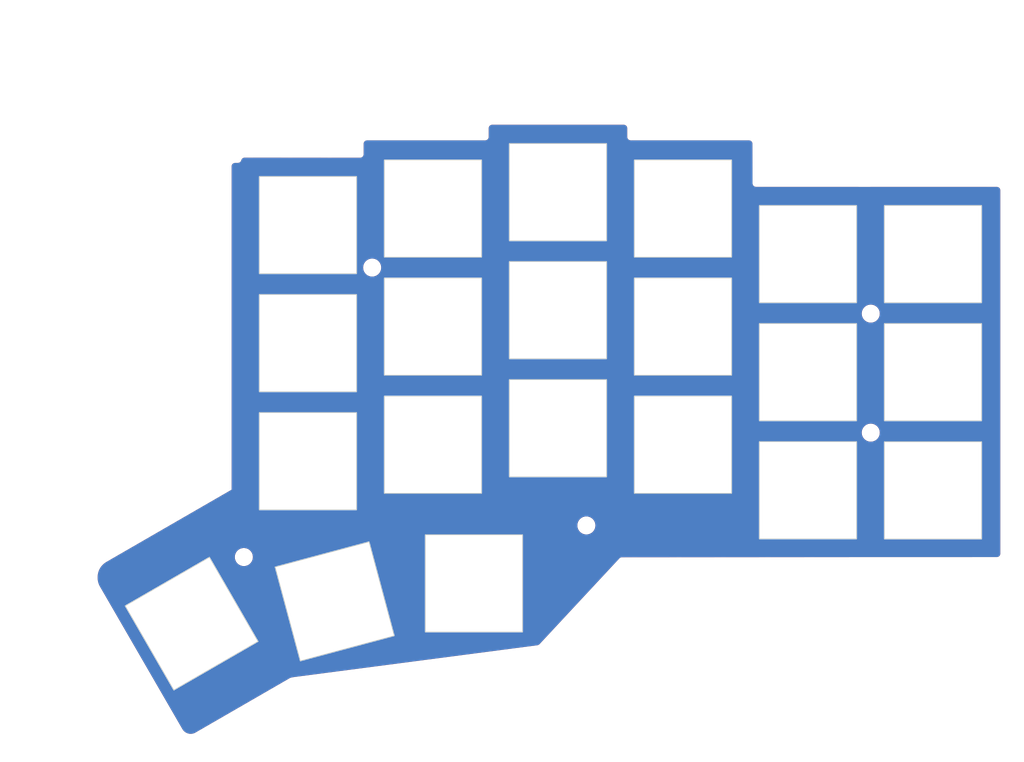
<source format=kicad_pcb>
(kicad_pcb (version 20221018) (generator pcbnew)
  (title_block (title "Corne Light") (date "2018-12-26") (rev "2.1") (company "foostan"))
  (layers (0 "F.Cu" signal) (31 "B.Cu" signal) (34 "B.Paste" user) (35 "F.Paste" user) (36 "B.SilkS" user "B.Silkscreen") (37 "F.SilkS" user "F.Silkscreen") (38 "B.Mask" user) (39 "F.Mask" user) (44 "Edge.Cuts" user))
  (net 0 "")
  (footprint "kbd:SW_Hole" (layer "F.Cu") (at 232.8125 97.555)
    (fp_text reference "SW15" hide)
    (fp_text value "SW_PUSH" hide)
    (fp_line (start -7 -7) (end -7 7) (stroke (width 0.12)) (layer "Edge.Cuts"))
    (fp_line (start -7 7) (end 7 7) (stroke (width 0.12)) (layer "Edge.Cuts"))
    (fp_line (start 7 -7) (end -7 -7) (stroke (width 0.12)) (layer "Edge.Cuts"))
    (fp_line (start 7 7) (end 7 -7) (stroke (width 0.12)) (layer "Edge.Cuts"))
  )
  (footprint "kbd:SW_Hole" (layer "F.Cu") (at 214.8125 95.18)
    (fp_text reference "SW16" hide)
    (fp_text value "SW_PUSH" hide)
    (fp_line (start -7 -7) (end -7 7) (stroke (width 0.12)) (layer "Edge.Cuts"))
    (fp_line (start -7 7) (end 7 7) (stroke (width 0.12)) (layer "Edge.Cuts"))
    (fp_line (start 7 -7) (end -7 -7) (stroke (width 0.12)) (layer "Edge.Cuts"))
    (fp_line (start 7 7) (end 7 -7) (stroke (width 0.12)) (layer "Edge.Cuts"))
  )
  (footprint "kbd:SW_Hole" (layer "F.Cu") (at 250.8125 70.11)
    (fp_text reference "SW2" hide)
    (fp_text value "SW_PUSH" hide)
    (fp_line (start -7 -7) (end -7 7) (stroke (width 0.12)) (layer "Edge.Cuts"))
    (fp_line (start -7 7) (end 7 7) (stroke (width 0.12)) (layer "Edge.Cuts"))
    (fp_line (start 7 -7) (end -7 -7) (stroke (width 0.12)) (layer "Edge.Cuts"))
    (fp_line (start 7 7) (end 7 -7) (stroke (width 0.12)) (layer "Edge.Cuts"))
  )
  (footprint "kbd:SW_Hole" (layer "F.Cu") (at 268.8125 87.11)
    (fp_text reference "SW7" hide)
    (fp_text value "SW_PUSH" hide)
    (fp_line (start -7 -7) (end -7 7) (stroke (width 0.12)) (layer "Edge.Cuts"))
    (fp_line (start -7 7) (end 7 7) (stroke (width 0.12)) (layer "Edge.Cuts"))
    (fp_line (start 7 -7) (end -7 -7) (stroke (width 0.12)) (layer "Edge.Cuts"))
    (fp_line (start 7 7) (end 7 -7) (stroke (width 0.12)) (layer "Edge.Cuts"))
  )
  (footprint "kbd:SW_Hole" (layer "F.Cu") (at 178.8125 99.93)
    (fp_text reference "SW18" hide)
    (fp_text value "SW_PUSH" hide)
    (fp_line (start -7 -7) (end -7 7) (stroke (width 0.12)) (layer "Edge.Cuts"))
    (fp_line (start -7 7) (end 7 7) (stroke (width 0.12)) (layer "Edge.Cuts"))
    (fp_line (start 7 -7) (end -7 -7) (stroke (width 0.12)) (layer "Edge.Cuts"))
    (fp_line (start 7 7) (end 7 -7) (stroke (width 0.12)) (layer "Edge.Cuts"))
  )
  (footprint "kbd:SW_Hole" (layer "F.Cu") (at 178.8125 65.93)
    (fp_text reference "SW6" hide)
    (fp_text value "SW_PUSH" hide)
    (fp_line (start -7 -7) (end -7 7) (stroke (width 0.12)) (layer "Edge.Cuts"))
    (fp_line (start -7 7) (end 7 7) (stroke (width 0.12)) (layer "Edge.Cuts"))
    (fp_line (start 7 -7) (end -7 -7) (stroke (width 0.12)) (layer "Edge.Cuts"))
    (fp_line (start 7 7) (end 7 -7) (stroke (width 0.12)) (layer "Edge.Cuts"))
  )
  (footprint "kbd:SW_Hole" (layer "F.Cu") (at 182.6625 120.11 -165)
    (fp_text reference "SW20" hide)
    (fp_text value "SW_PUSH" hide)
    (fp_line (start -7 -7) (end -7 7) (stroke (width 0.12)) (layer "Edge.Cuts"))
    (fp_line (start -7 7) (end 7 7) (stroke (width 0.12)) (layer "Edge.Cuts"))
    (fp_line (start 7 -7) (end -7 -7) (stroke (width 0.12)) (layer "Edge.Cuts"))
    (fp_line (start 7 7) (end 7 -7) (stroke (width 0.12)) (layer "Edge.Cuts"))
  )
  (footprint "holykeebs:M2_HOLE_NPH" (layer "F.Cu") (at 188.06 72.05)
    (fp_text reference "" hide)
    (fp_text value "M2_HOLE_NPH" hide)
    (pad "" np_thru_hole circle (at 0 0) (size 2.1 2.1) (drill 2.1) (layers "F&B.Cu" "*.Mask"))
  )
  (footprint "kbd:SW_Hole" (layer "F.Cu") (at 202.7125 117.52 180)
    (fp_text reference "SW19" hide)
    (fp_text value "SW_PUSH" hide)
    (fp_line (start -7 -7) (end -7 7) (stroke (width 0.12)) (layer "Edge.Cuts"))
    (fp_line (start -7 7) (end 7 7) (stroke (width 0.12)) (layer "Edge.Cuts"))
    (fp_line (start 7 -7) (end -7 -7) (stroke (width 0.12)) (layer "Edge.Cuts"))
    (fp_line (start 7 7) (end 7 -7) (stroke (width 0.12)) (layer "Edge.Cuts"))
  )
  (footprint "kbd:SW_Hole" (layer "F.Cu") (at 250.8125 87.11)
    (fp_text reference "SW8" hide)
    (fp_text value "SW_PUSH" hide)
    (fp_line (start -7 -7) (end -7 7) (stroke (width 0.12)) (layer "Edge.Cuts"))
    (fp_line (start -7 7) (end 7 7) (stroke (width 0.12)) (layer "Edge.Cuts"))
    (fp_line (start 7 -7) (end -7 -7) (stroke (width 0.12)) (layer "Edge.Cuts"))
    (fp_line (start 7 7) (end 7 -7) (stroke (width 0.12)) (layer "Edge.Cuts"))
  )
  (footprint "kbd:corne-logo-horizontal-mask" (layer "F.Cu") (at 231.25 110.92)
    (fp_text reference "G***" hide)
    (fp_text value "LOGO" hide)
  )
  (footprint "kbd:SW_Hole" (layer "F.Cu") (at 214.8125 78.18)
    (fp_text reference "SW10" hide)
    (fp_text value "SW_PUSH" hide)
    (fp_line (start -7 -7) (end -7 7) (stroke (width 0.12)) (layer "Edge.Cuts"))
    (fp_line (start -7 7) (end 7 7) (stroke (width 0.12)) (layer "Edge.Cuts"))
    (fp_line (start 7 -7) (end -7 -7) (stroke (width 0.12)) (layer "Edge.Cuts"))
    (fp_line (start 7 7) (end 7 -7) (stroke (width 0.12)) (layer "Edge.Cuts"))
  )
  (footprint "kbd:SW_Hole" (layer "F.Cu") (at 196.8125 63.55)
    (fp_text reference "SW5" hide)
    (fp_text value "SW_PUSH" hide)
    (fp_line (start -7 -7) (end -7 7) (stroke (width 0.12)) (layer "Edge.Cuts"))
    (fp_line (start -7 7) (end 7 7) (stroke (width 0.12)) (layer "Edge.Cuts"))
    (fp_line (start 7 -7) (end -7 -7) (stroke (width 0.12)) (layer "Edge.Cuts"))
    (fp_line (start 7 7) (end 7 -7) (stroke (width 0.12)) (layer "Edge.Cuts"))
  )
  (footprint "kbd:SW_Hole" (layer "F.Cu") (at 268.8125 104.13)
    (fp_text reference "SW13" hide)
    (fp_text value "SW_PUSH" hide)
    (fp_line (start -7 -7) (end -7 7) (stroke (width 0.12)) (layer "Edge.Cuts"))
    (fp_line (start -7 7) (end 7 7) (stroke (width 0.12)) (layer "Edge.Cuts"))
    (fp_line (start 7 -7) (end -7 -7) (stroke (width 0.12)) (layer "Edge.Cuts"))
    (fp_line (start 7 7) (end 7 -7) (stroke (width 0.12)) (layer "Edge.Cuts"))
  )
  (footprint "kbd:SW_Hole" (layer "F.Cu") (at 268.8125 70.11)
    (fp_text reference "SW1" hide)
    (fp_text value "SW_PUSH" hide)
    (fp_line (start -7 -7) (end -7 7) (stroke (width 0.12)) (layer "Edge.Cuts"))
    (fp_line (start -7 7) (end 7 7) (stroke (width 0.12)) (layer "Edge.Cuts"))
    (fp_line (start 7 -7) (end -7 -7) (stroke (width 0.12)) (layer "Edge.Cuts"))
    (fp_line (start 7 7) (end 7 -7) (stroke (width 0.12)) (layer "Edge.Cuts"))
  )
  (footprint "kbd:SW_Hole" (layer "F.Cu") (at 214.8125 61.19)
    (fp_text reference "SW4" hide)
    (fp_text value "SW_PUSH" hide)
    (fp_line (start -7 -7) (end -7 7) (stroke (width 0.12)) (layer "Edge.Cuts"))
    (fp_line (start -7 7) (end 7 7) (stroke (width 0.12)) (layer "Edge.Cuts"))
    (fp_line (start 7 -7) (end -7 -7) (stroke (width 0.12)) (layer "Edge.Cuts"))
    (fp_line (start 7 7) (end 7 -7) (stroke (width 0.12)) (layer "Edge.Cuts"))
  )
  (footprint "kbd:SW_Hole" (layer "F.Cu") (at 178.8125 82.93)
    (fp_text reference "SW12" hide)
    (fp_text value "SW_PUSH" hide)
    (fp_line (start -7 -7) (end -7 7) (stroke (width 0.12)) (layer "Edge.Cuts"))
    (fp_line (start -7 7) (end 7 7) (stroke (width 0.12)) (layer "Edge.Cuts"))
    (fp_line (start 7 -7) (end -7 -7) (stroke (width 0.12)) (layer "Edge.Cuts"))
    (fp_line (start 7 7) (end 7 -7) (stroke (width 0.12)) (layer "Edge.Cuts"))
  )
  (footprint "kbd:SW_Hole" (layer "F.Cu") (at 196.8125 80.55)
    (fp_text reference "SW11" hide)
    (fp_text value "SW_PUSH" hide)
    (fp_line (start -7 -7) (end -7 7) (stroke (width 0.12)) (layer "Edge.Cuts"))
    (fp_line (start -7 7) (end 7 7) (stroke (width 0.12)) (layer "Edge.Cuts"))
    (fp_line (start 7 -7) (end -7 -7) (stroke (width 0.12)) (layer "Edge.Cuts"))
    (fp_line (start 7 7) (end 7 -7) (stroke (width 0.12)) (layer "Edge.Cuts"))
  )
  (footprint "kbd:SW_Hole" (layer "F.Cu") (at 162.0625 123.32 120)
    (fp_text reference "SW21" hide)
    (fp_text value "SW_PUSH" hide)
    (fp_line (start -7 -7) (end -7 7) (stroke (width 0.12)) (layer "Edge.Cuts"))
    (fp_line (start -7 7) (end 7 7) (stroke (width 0.12)) (layer "Edge.Cuts"))
    (fp_line (start 7 -7) (end -7 -7) (stroke (width 0.12)) (layer "Edge.Cuts"))
    (fp_line (start 7 7) (end 7 -7) (stroke (width 0.12)) (layer "Edge.Cuts"))
  )
  (footprint "kbd:SW_Hole" (layer "F.Cu") (at 232.8125 80.55)
    (fp_text reference "SW9" hide)
    (fp_text value "SW_PUSH" hide)
    (fp_line (start -7 -7) (end -7 7) (stroke (width 0.12)) (layer "Edge.Cuts"))
    (fp_line (start -7 7) (end 7 7) (stroke (width 0.12)) (layer "Edge.Cuts"))
    (fp_line (start 7 -7) (end -7 -7) (stroke (width 0.12)) (layer "Edge.Cuts"))
    (fp_line (start 7 7) (end 7 -7) (stroke (width 0.12)) (layer "Edge.Cuts"))
  )
  (footprint "kbd:SW_Hole" (layer "F.Cu") (at 196.8125 97.555)
    (fp_text reference "SW17" hide)
    (fp_text value "SW_PUSH" hide)
    (fp_line (start -7 -7) (end -7 7) (stroke (width 0.12)) (layer "Edge.Cuts"))
    (fp_line (start -7 7) (end 7 7) (stroke (width 0.12)) (layer "Edge.Cuts"))
    (fp_line (start 7 -7) (end -7 -7) (stroke (width 0.12)) (layer "Edge.Cuts"))
    (fp_line (start 7 7) (end 7 -7) (stroke (width 0.12)) (layer "Edge.Cuts"))
  )
  (footprint "kbd:SW_Hole" (layer "F.Cu") (at 250.8125 104.115)
    (fp_text reference "SW14" hide)
    (fp_text value "SW_PUSH" hide)
    (fp_line (start -7 -7) (end -7 7) (stroke (width 0.12)) (layer "Edge.Cuts"))
    (fp_line (start -7 7) (end 7 7) (stroke (width 0.12)) (layer "Edge.Cuts"))
    (fp_line (start 7 -7) (end -7 -7) (stroke (width 0.12)) (layer "Edge.Cuts"))
    (fp_line (start 7 7) (end 7 -7) (stroke (width 0.12)) (layer "Edge.Cuts"))
  )
  (footprint "kbd:SW_Hole" (layer "F.Cu") (at 232.8125 63.55)
    (fp_text reference "SW3" hide)
    (fp_text value "SW_PUSH" hide)
    (fp_line (start -7 -7) (end -7 7) (stroke (width 0.12)) (layer "Edge.Cuts"))
    (fp_line (start -7 7) (end 7 7) (stroke (width 0.12)) (layer "Edge.Cuts"))
    (fp_line (start 7 -7) (end -7 -7) (stroke (width 0.12)) (layer "Edge.Cuts"))
    (fp_line (start 7 7) (end 7 -7) (stroke (width 0.12)) (layer "Edge.Cuts"))
  )
  (footprint "holykeebs:M2_HOLE_NPH" (layer "B.Cu") (at 259.8525 78.68 180)
    (fp_text reference "h2" hide)
    (fp_text value "h2" hide)
    (pad "" np_thru_hole circle (at 0 0 180) (size 2.1 2.1) (drill 2.1) (layers "F&B.Cu" "*.Mask"))
  )
  (footprint "holykeebs:M2_HOLE_NPH" (layer "B.Cu") (at 259.8525 95.82 180)
    (fp_text reference "h2" hide)
    (fp_text value "h2" hide)
    (pad "" np_thru_hole circle (at 0 0 180) (size 2.1 2.1) (drill 2.1) (layers "F&B.Cu" "*.Mask"))
  )
  (footprint "holykeebs:M2_HOLE_NPH" (layer "B.Cu") (at 218.9025 109.18 180)
    (fp_text reference "h2" hide)
    (fp_text value "h2" hide)
    (pad "" np_thru_hole circle (at 0 0 180) (size 2.1 2.1) (drill 2.1) (layers "F&B.Cu" "*.Mask"))
  )
  (footprint "holykeebs:M2_HOLE_NPH" (layer "B.Cu") (at 169.5825 113.73 180)
    (fp_text reference "h2" hide)
    (fp_text value "h2" hide)
    (pad "" np_thru_hole circle (at 0 0 180) (size 2.1 2.1) (drill 2.1) (layers "F&B.Cu" "*.Mask"))
  )
  (footprint "kbd:corne-logo-horizontal-mask" (layer "B.Cu") (at 231.25 110.92 180)
    (fp_text reference "G***" hide)
    (fp_text value "LOGO" hide)
  )
  (gr_line (start 148.859294 117.98231) (end 160.7725 138.58) (stroke (width 0.01)) (layer "Edge.Cuts"))
  (gr_line (start 204.849956 51.844599) (end 204.83298 51.97402) (stroke (width 0.01)) (layer "Edge.Cuts"))
  (gr_line (start 161.106533 138.928595) (end 161.313845 139.054071) (stroke (width 0.01)) (layer "Edge.Cuts"))
  (gr_line (start 242.572984 53.791001) (end 242.452391 53.741053) (stroke (width 0.01)) (layer "Edge.Cuts"))
  (gr_line (start 225.163572 53.706979) (end 225.042984 53.657027) (stroke (width 0.01)) (layer "Edge.Cuts"))
  (gr_line (start 224.725999 51.724016) (end 224.646539 51.620461) (stroke (width 0.01)) (layer "Edge.Cuts"))
  (gr_line (start 224.422391 51.491053) (end 224.29298 51.47402) (stroke (width 0.01)) (layer "Edge.Cuts"))
  (gr_line (start 204.815939 53.353433) (end 204.765989 53.474028) (stroke (width 0.01)) (layer "Edge.Cuts"))
  (gr_line (start 204.462391 53.707024) (end 204.33298 53.72402) (stroke (width 0.01)) (layer "Edge.Cuts"))
  (gr_line (start 278.5125 60.92) (end 278.495463 60.79059) (stroke (width 0.01)) (layer "Edge.Cuts"))
  (gr_line (start 242.978947 60.273553) (end 242.899487 60.17) (stroke (width 0.01)) (layer "Edge.Cuts"))
  (gr_line (start 148.523566 116.601155) (end 148.523398 116.727309) (stroke (width 0.01)) (layer "Edge.Cuts"))
  (gr_line (start 225.29298 53.72402) (end 225.163572 53.706979) (stroke (width 0.01)) (layer "Edge.Cuts"))
  (gr_line (start 223.789155 113.82779) (end 223.902303 113.784662) (stroke (width 0.01)) (layer "Edge.Cuts"))
  (gr_line (start 278.366053 113.593553) (end 278.445513 113.49) (stroke (width 0.01)) (layer "Edge.Cuts"))
  (gr_line (start 168.849895 56.953598) (end 168.722598 56.97002) (stroke (width 0.01)) (layer "Edge.Cuts"))
  (gr_line (start 242.82298 54.22402) (end 242.805947 54.094609) (stroke (width 0.01)) (layer "Edge.Cuts"))
  (gr_line (start 161.313845 139.054071) (end 161.539833 139.141544) (stroke (width 0.01)) (layer "Edge.Cuts"))
  (gr_line (start 205.203557 51.49104) (end 205.08295 51.540981) (stroke (width 0.01)) (layer "Edge.Cuts"))
  (gr_line (start 186.889911 53.973998) (end 186.839956 54.094599) (stroke (width 0.01)) (layer "Edge.Cuts"))
  (gr_line (start 162.25928 139.155483) (end 162.488487 139.07683) (stroke (width 0.01)) (layer "Edge.Cuts"))
  (gr_line (start 242.32298 53.72402) (end 225.29298 53.72402) (stroke (width 0.01)) (layer "Edge.Cuts"))
  (gr_line (start 204.58298 53.657059) (end 204.462391 53.707024) (stroke (width 0.01)) (layer "Edge.Cuts"))
  (gr_line (start 162.488487 139.07683) (end 162.700512 138.959491) (stroke (width 0.01)) (layer "Edge.Cuts"))
  (gr_line (start 278.2625 60.486987) (end 278.14191 60.437037) (stroke (width 0.01)) (layer "Edge.Cuts"))
  (gr_line (start 224.0225 113.77) (end 258.90298 113.74402) (stroke (width 0.01)) (layer "Edge.Cuts"))
  (gr_line (start 205.33298 51.47402) (end 205.203557 51.49104) (stroke (width 0.01)) (layer "Edge.Cuts"))
  (gr_line (start 278.0125 60.42) (end 258.8475 60.42402) (stroke (width 0.01)) (layer "Edge.Cuts"))
  (gr_line (start 176.25798 131.13402) (end 176.582029 131.053177) (stroke (width 0.01)) (layer "Edge.Cuts"))
  (gr_line (start 160.924229 138.768946) (end 161.106533 138.928595) (stroke (width 0.01)) (layer "Edge.Cuts"))
  (gr_line (start 258.8475 60.42402) (end 243.3325 60.42) (stroke (width 0.01)) (layer "Edge.Cuts"))
  (gr_line (start 258.90298 113.74402) (end 278.0125 113.74) (stroke (width 0.01)) (layer "Edge.Cuts"))
  (gr_line (start 169.432098 56.283162) (end 169.326352 56.369507) (stroke (width 0.01)) (layer "Edge.Cuts"))
  (gr_line (start 169.151169 56.727622) (end 169.071486 56.82825) (stroke (width 0.01)) (layer "Edge.Cuts"))
  (gr_line (start 162.700512 138.959491) (end 176.25798 131.13402) (stroke (width 0.01)) (layer "Edge.Cuts"))
  (gr_line (start 223.689693 113.896852) (end 223.789155 113.82779) (stroke (width 0.01)) (layer "Edge.Cuts"))
  (gr_line (start 243.20309 60.402963) (end 243.0825 60.353013) (stroke (width 0.01)) (layer "Edge.Cuts"))
  (gr_line (start 242.899487 60.17) (end 242.849537 60.04941) (stroke (width 0.01)) (layer "Edge.Cuts"))
  (gr_line (start 205.08295 51.540981) (end 204.979382 51.62044) (stroke (width 0.01)) (layer "Edge.Cuts"))
  (gr_line (start 186.805939 55.853433) (end 186.755989 55.974028) (stroke (width 0.01)) (layer "Edge.Cuts"))
  (gr_line (start 204.686531 53.577589) (end 204.58298 53.657059) (stroke (width 0.01)) (layer "Edge.Cuts"))
  (gr_line (start 186.82298 55.72402) (end 186.805939 55.853433) (stroke (width 0.01)) (layer "Edge.Cuts"))
  (gr_line (start 186.82298 54.22402) (end 186.82298 55.72402) (stroke (width 0.01)) (layer "Edge.Cuts"))
  (gr_line (start 169.202598 56.61002) (end 169.151169 56.727622) (stroke (width 0.01)) (layer "Edge.Cuts"))
  (gr_line (start 167.8125 57.469811) (end 167.8125 104.02722) (stroke (width 0.01)) (layer "Edge.Cuts"))
  (gr_line (start 224.810021 53.353428) (end 224.79298 53.22402) (stroke (width 0.01)) (layer "Edge.Cuts"))
  (gr_line (start 278.14191 60.437037) (end 278.0125 60.42) (stroke (width 0.01)) (layer "Edge.Cuts"))
  (gr_line (start 242.8325 59.92) (end 242.82298 54.22402) (stroke (width 0.01)) (layer "Edge.Cuts"))
  (gr_line (start 278.366053 60.566447) (end 278.2625 60.486987) (stroke (width 0.01)) (layer "Edge.Cuts"))
  (gr_line (start 278.445513 60.67) (end 278.366053 60.566447) (stroke (width 0.01)) (layer "Edge.Cuts"))
  (gr_line (start 242.755999 53.974016) (end 242.676539 53.870461) (stroke (width 0.01)) (layer "Edge.Cuts"))
  (gr_line (start 278.14191 113.722963) (end 278.2625 113.673013) (stroke (width 0.01)) (layer "Edge.Cuts"))
  (gr_line (start 224.79298 53.22402) (end 224.79298 51.97402) (stroke (width 0.01)) (layer "Edge.Cuts"))
  (gr_line (start 169.326352 56.369507) (end 169.247902 56.481236) (stroke (width 0.01)) (layer "Edge.Cuts"))
  (gr_line (start 167.8125 104.02722) (end 149.773796 114.439294) (stroke (width 0.01)) (layer "Edge.Cuts"))
  (gr_line (start 186.676531 56.077589) (end 186.57298 56.157059) (stroke (width 0.01)) (layer "Edge.Cuts"))
  (gr_line (start 160.7725 138.58) (end 160.924229 138.768946) (stroke (width 0.01)) (layer "Edge.Cuts"))
  (gr_arc (start 148.859294 117.98231) (mid 148.608388 117.377011) (end 148.523398 116.727309) (stroke (width 0.01)) (layer "Edge.Cuts"))
  (gr_line (start 243.0825 60.353013) (end 242.978947 60.273553) (stroke (width 0.01)) (layer "Edge.Cuts"))
  (gr_line (start 176.912424 131.004364) (end 211.876637 126.434977) (stroke (width 0.01)) (layer "Edge.Cuts"))
  (gr_line (start 224.859973 53.474016) (end 224.810021 53.353428) (stroke (width 0.01)) (layer "Edge.Cuts"))
  (gr_line (start 169.071486 56.82825) (end 168.968805 56.905268) (stroke (width 0.01)) (layer "Edge.Cuts"))
  (gr_line (start 278.0125 113.74) (end 278.14191 113.722963) (stroke (width 0.01)) (layer "Edge.Cuts"))
  (gr_arc (start 167.8125 57.469811) (mid 167.959033 57.11616) (end 168.312755 56.969811) (stroke (width 0.01)) (layer "Edge.Cuts"))
  (gr_line (start 161.539833 139.141544) (end 161.777599 139.188342) (stroke (width 0.01)) (layer "Edge.Cuts"))
  (gr_line (start 168.968805 56.905268) (end 168.849895 56.953598) (stroke (width 0.01)) (layer "Edge.Cuts"))
  (gr_line (start 224.79298 51.97402) (end 224.775947 51.844609) (stroke (width 0.01)) (layer "Edge.Cuts"))
  (gr_line (start 162.01988 139.193036) (end 162.25928 139.155483) (stroke (width 0.01)) (layer "Edge.Cuts"))
  (gr_line (start 169.247902 56.481236) (end 169.202598 56.61002) (stroke (width 0.01)) (layer "Edge.Cuts"))
  (gr_line (start 224.939432 53.577568) (end 224.859973 53.474016) (stroke (width 0.01)) (layer "Edge.Cuts"))
  (gr_line (start 204.83298 51.97402) (end 204.83298 53.22402) (stroke (width 0.01)) (layer "Edge.Cuts"))
  (gr_line (start 176.582029 131.053177) (end 176.912424 131.004364) (stroke (width 0.01)) (layer "Edge.Cuts"))
  (gr_line (start 187.193557 53.74104) (end 187.07295 53.790981) (stroke (width 0.01)) (layer "Edge.Cuts"))
  (gr_line (start 186.755989 55.974028) (end 186.676531 56.077589) (stroke (width 0.01)) (layer "Edge.Cuts"))
  (gr_line (start 223.902303 113.784662) (end 224.0225 113.77) (stroke (width 0.01)) (layer "Edge.Cuts"))
  (gr_line (start 204.83298 53.22402) (end 204.815939 53.353433) (stroke (width 0.01)) (layer "Edge.Cuts"))
  (gr_line (start 204.33298 53.72402) (end 187.32298 53.72402) (stroke (width 0.01)) (layer "Edge.Cuts"))
  (gr_line (start 186.839956 54.094599) (end 186.82298 54.22402) (stroke (width 0.01)) (layer "Edge.Cuts"))
  (gr_line (start 204.979382 51.62044) (end 204.899911 51.723998) (stroke (width 0.01)) (layer "Edge.Cuts"))
  (gr_line (start 278.445513 113.49) (end 278.495463 113.36941) (stroke (width 0.01)) (layer "Edge.Cuts"))
  (gr_line (start 278.2625 113.673013) (end 278.366053 113.593553) (stroke (width 0.01)) (layer "Edge.Cuts"))
  (gr_line (start 187.32298 53.72402) (end 187.193557 53.74104) (stroke (width 0.01)) (layer "Edge.Cuts"))
  (gr_line (start 278.5125 113.24) (end 278.5125 60.92) (stroke (width 0.01)) (layer "Edge.Cuts"))
  (gr_arc (start 148.523566 116.601155) (mid 148.859402 115.352929) (end 149.773796 114.439294) (stroke (width 0.01)) (layer "Edge.Cuts"))
  (gr_line (start 243.3325 60.42) (end 243.20309 60.402963) (stroke (width 0.01)) (layer "Edge.Cuts"))
  (gr_line (start 186.969382 53.87044) (end 186.889911 53.973998) (stroke (width 0.01)) (layer "Edge.Cuts"))
  (gr_line (start 204.899911 51.723998) (end 204.849956 51.844599) (stroke (width 0.01)) (layer "Edge.Cuts"))
  (gr_line (start 168.722598 56.97002) (end 168.312755 56.969811) (stroke (width 0.01)) (layer "Edge.Cuts"))
  (gr_line (start 242.849537 60.04941) (end 242.8325 59.92) (stroke (width 0.01)) (layer "Edge.Cuts"))
  (gr_line (start 186.452391 56.207024) (end 186.32298 56.22402) (stroke (width 0.01)) (layer "Edge.Cuts"))
  (gr_line (start 224.775947 51.844609) (end 224.725999 51.724016) (stroke (width 0.01)) (layer "Edge.Cuts"))
  (gr_line (start 278.495463 113.36941) (end 278.5125 113.24) (stroke (width 0.01)) (layer "Edge.Cuts"))
  (gr_line (start 186.32298 56.22402) (end 169.6925 56.21) (stroke (width 0.01)) (layer "Edge.Cuts"))
  (gr_line (start 225.042984 53.657027) (end 224.939432 53.577568) (stroke (width 0.01)) (layer "Edge.Cuts"))
  (gr_line (start 186.57298 56.157059) (end 186.452391 56.207024) (stroke (width 0.01)) (layer "Edge.Cuts"))
  (gr_line (start 204.765989 53.474028) (end 204.686531 53.577589) (stroke (width 0.01)) (layer "Edge.Cuts"))
  (gr_line (start 242.676539 53.870461) (end 242.572984 53.791001) (stroke (width 0.01)) (layer "Edge.Cuts"))
  (gr_line (start 224.646539 51.620461) (end 224.542984 51.541001) (stroke (width 0.01)) (layer "Edge.Cuts"))
  (gr_line (start 169.557258 56.228638) (end 169.432098 56.283162) (stroke (width 0.01)) (layer "Edge.Cuts"))
  (gr_line (start 224.29298 51.47402) (end 205.33298 51.47402) (stroke (width 0.01)) (layer "Edge.Cuts"))
  (gr_line (start 161.777599 139.188342) (end 162.01988 139.193036) (stroke (width 0.01)) (layer "Edge.Cuts"))
  (gr_line (start 169.6925 56.21) (end 169.557258 56.228638) (stroke (width 0.01)) (layer "Edge.Cuts"))
  (gr_line (start 212.025581 126.383443) (end 212.1525 126.29) (stroke (width 0.01)) (layer "Edge.Cuts"))
  (gr_line (start 211.876637 126.434977) (end 212.025581 126.383443) (stroke (width 0.01)) (layer "Edge.Cuts"))
  (gr_line (start 212.1525 126.29) (end 223.689693 113.896852) (stroke (width 0.01)) (layer "Edge.Cuts"))
  (gr_line (start 242.452391 53.741053) (end 242.32298 53.72402) (stroke (width 0.01)) (layer "Edge.Cuts"))
  (gr_line (start 278.495463 60.79059) (end 278.445513 60.67) (stroke (width 0.01)) (layer "Edge.Cuts"))
  (gr_line (start 187.07295 53.790981) (end 186.969382 53.87044) (stroke (width 0.01)) (layer "Edge.Cuts"))
  (gr_line (start 242.805947 54.094609) (end 242.755999 53.974016) (stroke (width 0.01)) (layer "Edge.Cuts"))
  (gr_line (start 224.542984 51.541001) (end 224.422391 51.491053) (stroke (width 0.01)) (layer "Edge.Cuts"))
  (zone (net 0) (net_name "") (layer "F.Cu") (connect_pads (clearance 0.5)) (min_thickness 0.25) (fill yes (thermal_gap 0.5) (thermal_bridge_width 0.5) (island_removal_mode 1) (island_area_min 10))
    (polygon (pts (xy 134.48 34.12) (xy 281.93 34.12) (xy 281.93 142.71) (xy 281.36 143.28) (xy 134.77 143.28) (xy 134.48 142.99) (xy 134.48 34.4) (xy 135.05 33.83) (xy 134.77 33.83)))
  )
  (zone (net 0) (net_name "") (layer "B.Cu") (connect_pads (clearance 0.5)) (min_thickness 0.25) (fill yes (thermal_gap 0.5) (thermal_bridge_width 0.5) (island_removal_mode 1) (island_area_min 10))
    (polygon (pts (xy 134.47 33.81) (xy 281.92 33.81) (xy 281.92 142.4) (xy 281.35 142.97) (xy 134.76 142.97) (xy 134.47 142.68) (xy 134.47 34.09) (xy 135.04 33.52) (xy 134.76 33.52)))
  )
)
</source>
